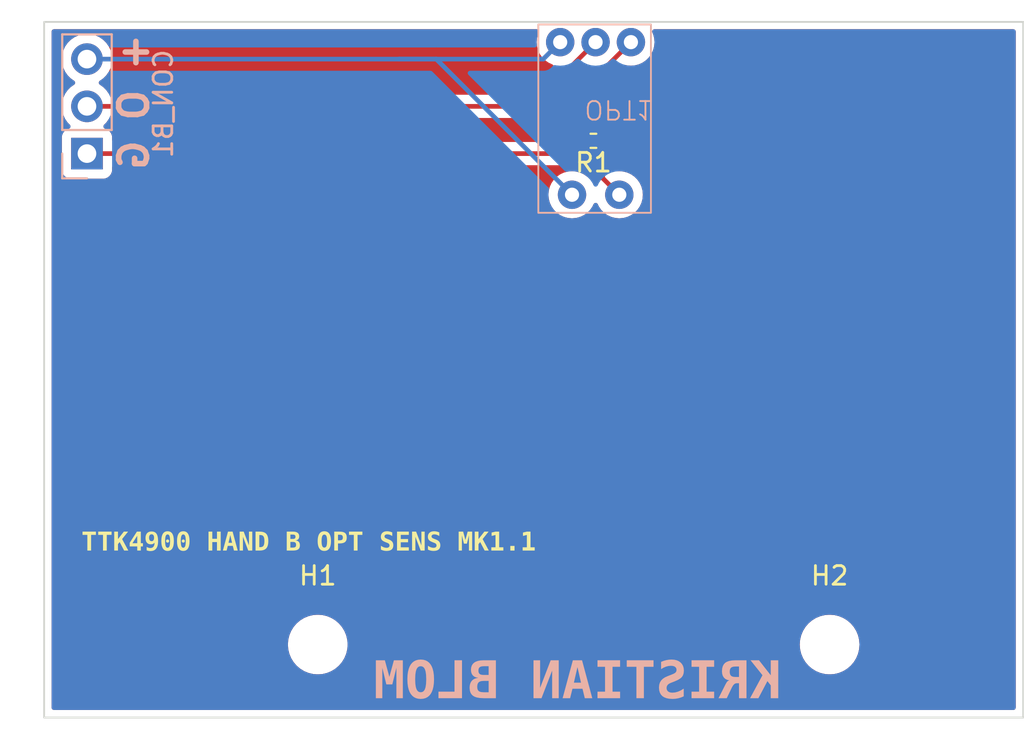
<source format=kicad_pcb>
(kicad_pcb (version 20221018) (generator pcbnew)
  (layers (0 "F.Cu" signal) (31 "B.Cu" signal) (34 "B.Paste" user) (35 "F.Paste" user) (36 "B.SilkS" user "B.Silkscreen") (37 "F.SilkS" user "F.Silkscreen") (38 "B.Mask" user) (39 "F.Mask" user) (44 "Edge.Cuts" user))
  (net 0 "")
  (net 1 "/5V")
  (net 2 "/OPT_B")
  (net 3 "/0v")
  (net 4 "Net-(OPT1-Cathode)")
  (footprint "Resistor_SMD:R_0402_1005Metric" (layer "F.Cu") (at 103.309999 38.9 180)
    (fp_text reference "R1" (at 0 -1.17) (layer "F.SilkS"))
    (fp_text value "220")
    (fp_line (start -0.153641 -0.38) (end 0.153641 -0.38) (stroke (width 0.12)) (layer "F.SilkS"))
    (fp_line (start -0.153641 0.38) (end 0.153641 0.38) (stroke (width 0.12)) (layer "F.SilkS"))
    (pad "1" smd roundrect (at -0.51 0 180) (size 0.54 0.64) (layers "F.Cu" "F.Paste" "F.Mask") (net 4 "Net-(OPT1-Cathode)"))
    (pad "2" smd roundrect (at 0.51 0 180) (size 0.54 0.64) (layers "F.Cu" "F.Paste" "F.Mask") (net 3 "/0v"))
  )
  (footprint "MountingHole:MountingHole_2.7mm_M2.5" (layer "F.Cu") (at 116 65.982499)
    (fp_text reference "H2" (at 0 -3.7) (layer "F.SilkS"))
    (fp_text value "MountingHole")
    (pad "" np_thru_hole circle locked (at 0 0) (size 2.7 2.7) (drill 2.7) (layers "F&B.Cu" "*.Mask"))
  )
  (footprint "MountingHole:MountingHole_2.7mm_M2.5" (layer "F.Cu") (at 88.5 65.982499)
    (fp_text reference "H1" (at 0 -3.7) (layer "F.SilkS"))
    (fp_text value "MountingHole")
    (pad "" np_thru_hole circle locked (at 0 0) (size 2.7 2.7) (drill 2.7) (layers "F&B.Cu" "*.Mask"))
  )
  (footprint "Connector_PinHeader_2.54mm:PinHeader_1x03_P2.54mm_Vertical" (layer "B.Cu") (at 76.1 39.5875)
    (fp_text reference "CON_B1" (at 4.1 -2.68 90) (layer "B.SilkS") (effects (justify mirror)))
    (fp_text value "Conn_01x03")
    (fp_line (start -1.33 -6.41) (end 1.33 -6.41) (stroke (width 0.12)) (layer "B.SilkS"))
    (fp_line (start -1.33 -1.27) (end -1.33 -6.41) (stroke (width 0.12)) (layer "B.SilkS"))
    (fp_line (start -1.33 -1.27) (end 1.33 -1.27) (stroke (width 0.12)) (layer "B.SilkS"))
    (fp_line (start -1.33 0) (end -1.33 1.33) (stroke (width 0.12)) (layer "B.SilkS"))
    (fp_line (start -1.33 1.33) (end 0 1.33) (stroke (width 0.12)) (layer "B.SilkS"))
    (fp_line (start 1.33 -1.27) (end 1.33 -6.41) (stroke (width 0.12)) (layer "B.SilkS"))
    (pad "1" thru_hole rect (at 0 0) (size 1.7 1.7) (drill 1) (layers "*.Cu" "*.Mask") (net 3 "/0v"))
    (pad "2" thru_hole oval (at 0 -2.54) (size 1.7 1.7) (drill 1) (layers "*.Cu" "*.Mask") (net 2 "/OPT_B"))
    (pad "3" thru_hole oval (at 0 -5.08) (size 1.7 1.7) (drill 1) (layers "*.Cu" "*.Mask") (net 1 "/5V"))
  )
  (footprint "OPB971N51:OPB971N51" (layer "B.Cu") (at 104.7 36.72)
    (fp_text reference "OPT1" (at 0 0.5 180 unlocked) (layer "B.SilkS") (effects (font (thickness 0.1)) (justify mirror)))
    (fp_text value "~")
    (fp_rect (start -4.35 6.05) (end 1.7 -4.075) (stroke (width 0.1)) (fill none) (layer "B.SilkS"))
    (pad "1" thru_hole circle locked (at -2.54 5.08) (size 1.524 1.524) (drill 0.762) (layers "*.Cu" "*.Mask") (net 1 "/5V"))
    (pad "2" thru_hole circle locked (at 0 5.08) (size 1.524 1.524) (drill 0.762) (layers "*.Cu" "*.Mask") (net 4 "Net-(OPT1-Cathode)"))
    (pad "3" thru_hole circle locked (at -3.175 -3.125) (size 1.524 1.524) (drill 0.762) (layers "*.Cu" "*.Mask") (net 1 "/5V"))
    (pad "4" thru_hole circle locked (at -1.275 -3.125) (size 1.524 1.524) (drill 0.762) (layers "*.Cu" "*.Mask") (net 2 "/OPT_B"))
    (pad "5" thru_hole circle locked (at 0.625 -3.125) (size 1.524 1.524) (drill 0.762) (layers "*.Cu" "*.Mask") (net 3 "/0v"))
  )
  (gr_rect locked (start 73.8 32.5075) (end 126.4 69.9075) (stroke (width 0.1)) (fill none) (layer "Edge.Cuts"))
  (gr_text "KRISTIAN BLOM" (at 113.4 69.2075) (layer "B.SilkS") (effects (font (size 2 2) (thickness 0.4) bold) (justify left bottom mirror)))
  (gr_text "+ O G" (at 79.5 33 90) (layer "B.SilkS") (effects (font (size 1.5 1.5) (thickness 0.3) bold) (justify left bottom mirror)))
  (gr_text "TTK4900 HAND B OPT SENS MK1.1" (at 75.8 61.1) (layer "F.SilkS") (effects (font (size 1 1) (thickness 0.2) bold) (justify left bottom)))
  (segment (start 92.875 34.5075) (end 100.6125 34.5075) (width 0.25) (layer "B.Cu") (net 1))
  (segment (start 102.16 41.8) (end 94.8675 34.5075) (width 0.25) (layer "B.Cu") (net 1))
  (segment (start 100.6125 34.5075) (end 101.525 33.595) (width 0.25) (layer "B.Cu") (net 1))
  (segment (start 94.8675 34.5075) (end 92.875 34.5075) (width 0.25) (layer "B.Cu") (net 1))
  (segment (start 76.1 34.5075) (end 92.875 34.5075) (width 0.25) (layer "B.Cu") (net 1))
  (segment (start 76.1 37.0475) (end 99.9725 37.0475) (width 0.25) (layer "F.Cu") (net 2))
  (segment (start 99.9725 37.0475) (end 103.425 33.595) (width 0.25) (layer "F.Cu") (net 2))
  (segment (start 76.1 39.5875) (end 102.11 39.5875) (width 0.25) (layer "F.Cu") (net 3))
  (segment (start 102.79 36.13) (end 105.325 33.595) (width 0.25) (layer "F.Cu") (net 3))
  (segment (start 102.11 39.5875) (end 102.79 38.9075) (width 0.25) (layer "F.Cu") (net 3))
  (segment (start 102.79 38.9075) (end 102.79 36.13) (width 0.25) (layer "F.Cu") (net 3))
  (segment (start 103.81 38.9075) (end 103.81 40.91) (width 0.25) (layer "F.Cu") (net 4))
  (segment (start 103.81 40.91) (end 104.7 41.8) (width 0.25) (layer "F.Cu") (net 4))
  (zone (net 0) (net_name "") (layer "F.Cu") (connect_pads (clearance 0.5)) (min_thickness 0.25) (fill yes (thermal_gap 0.5) (thermal_bridge_width 0.5) (island_removal_mode 1) (island_area_min 10))
    (polygon (pts (xy 74.2 32.9) (xy 74.2 69.5) (xy 126 69.5) (xy 126 32.9)))
  )
  (zone locked (net 0) (net_name "") (layer "B.Cu") (priority 1) (connect_pads (clearance 0.5)) (min_thickness 0.25) (fill yes (thermal_gap 0.5) (thermal_bridge_width 0.5) (island_removal_mode 1) (island_area_min 10))
    (polygon (pts (xy 74.2 32.9) (xy 74.2 69.5) (xy 126 69.5) (xy 126 32.9)))
  )
)
</source>
